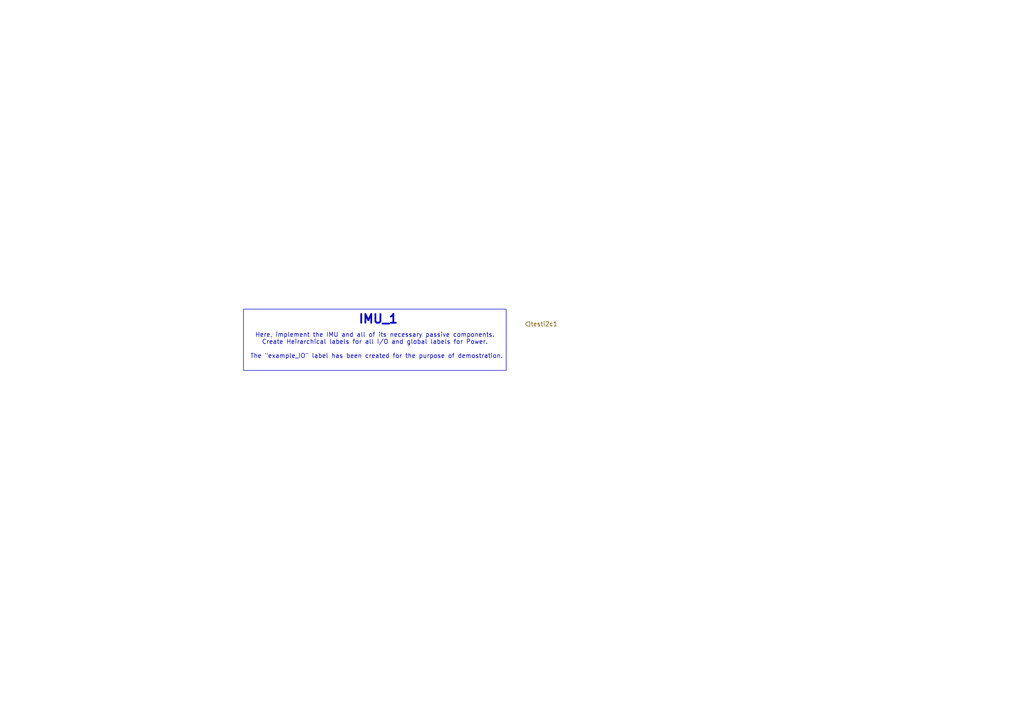
<source format=kicad_sch>
(kicad_sch
	(version 20231120)
	(generator "eeschema")
	(generator_version "8.0")
	(uuid "02a88943-010d-4ba7-b5b3-9a402c009a10")
	(paper "A4")
	(lib_symbols)
	(rectangle
		(start 70.612 89.662)
		(end 146.812 107.442)
		(stroke
			(width 0)
			(type default)
		)
		(fill
			(type none)
		)
		(uuid b5c51fb5-f34b-4161-9e7a-929820805018)
	)
	(text "Here, implement the IMU and all of its necessary passive components. \nCreate Heirarchical labels for all I/O and global labels for Power. \n\nThe \"example_IO\" label has been created for the purpose of demostration."
		(exclude_from_sim no)
		(at 109.22 100.33 0)
		(effects
			(font
				(size 1.27 1.27)
			)
		)
		(uuid "7be23f6d-ea1b-4e73-90bb-c182394a7b1d")
	)
	(text "IMU_1"
		(exclude_from_sim no)
		(at 109.728 92.71 0)
		(effects
			(font
				(size 2.54 2.54)
				(thickness 0.508)
				(bold yes)
			)
		)
		(uuid "a010de2e-502f-49c8-af18-159391835292")
	)
	(hierarchical_label "testi2c1"
		(shape input)
		(at 152.4 93.98 0)
		(fields_autoplaced yes)
		(effects
			(font
				(size 1.27 1.27)
			)
			(justify left)
		)
		(uuid "f34464fd-cfe8-45a7-82c8-81b1845baa06")
	)
)

</source>
